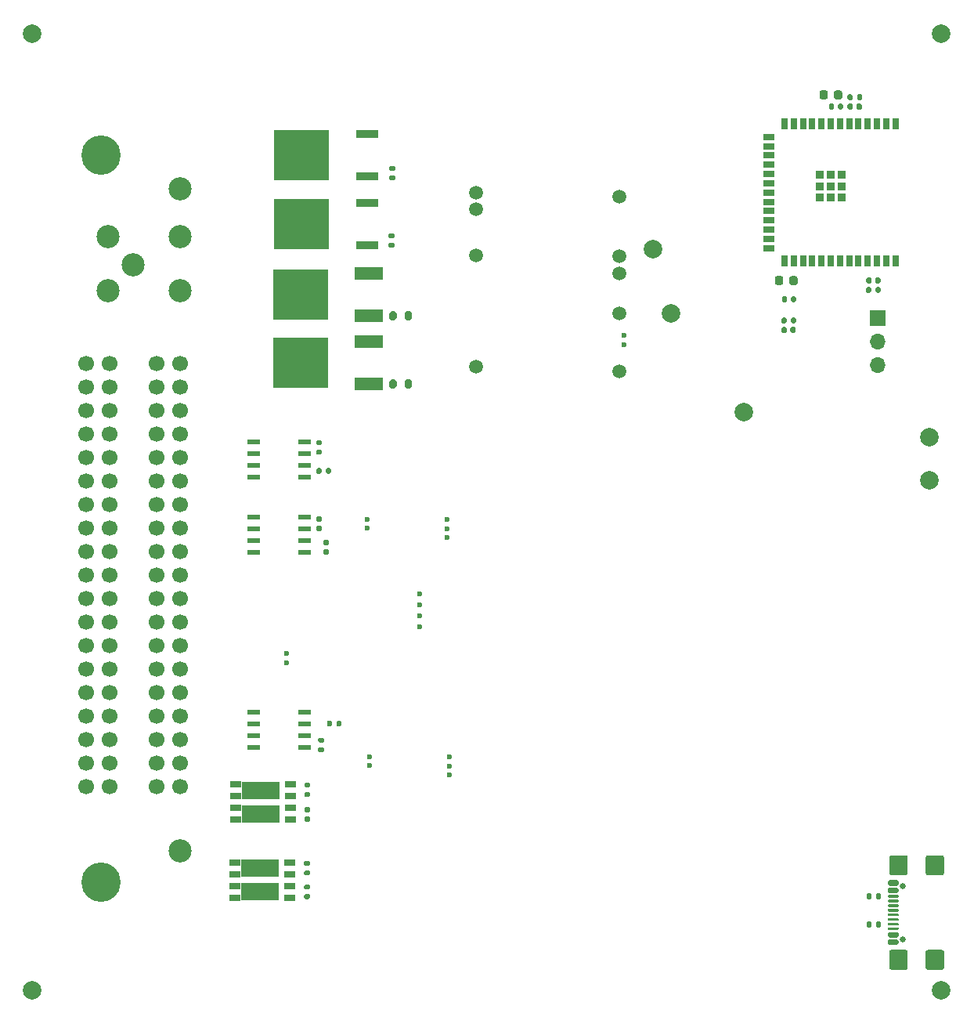
<source format=gts>
G04 #@! TF.GenerationSoftware,KiCad,Pcbnew,8.0.7-8.0.7-0~ubuntu24.04.1*
G04 #@! TF.CreationDate,2024-12-18T22:17:01+00:00*
G04 #@! TF.ProjectId,hellenbremen,68656c6c-656e-4627-9265-6d656e2e6b69,rev?*
G04 #@! TF.SameCoordinates,Original*
G04 #@! TF.FileFunction,Soldermask,Top*
G04 #@! TF.FilePolarity,Negative*
%FSLAX46Y46*%
G04 Gerber Fmt 4.6, Leading zero omitted, Abs format (unit mm)*
G04 Created by KiCad (PCBNEW 8.0.7-8.0.7-0~ubuntu24.04.1) date 2024-12-18 22:17:01*
%MOMM*%
%LPD*%
G01*
G04 APERTURE LIST*
%ADD10C,0.600000*%
%ADD11C,2.000000*%
%ADD12R,1.460500X0.533400*%
%ADD13R,3.048000X1.397000*%
%ADD14R,5.918200X5.511800*%
%ADD15C,1.500000*%
%ADD16C,0.650000*%
%ADD17R,1.700000X1.700000*%
%ADD18O,1.700000X1.700000*%
%ADD19C,4.250000*%
%ADD20C,2.500000*%
%ADD21C,1.700000*%
%ADD22R,0.711200X1.295400*%
%ADD23R,1.295400X0.711200*%
%ADD24R,0.889000X0.889000*%
%ADD25R,1.150000X0.700000*%
%ADD26R,1.200000X0.700000*%
%ADD27R,4.100000X1.970000*%
%ADD28R,2.489200X0.939800*%
G04 APERTURE END LIST*
G04 #@! TO.C,R6*
G36*
G01*
X33620000Y30415000D02*
X33620000Y30785000D01*
G75*
G02*
X33755000Y30920000I135000J0D01*
G01*
X34025000Y30920000D01*
G75*
G02*
X34160000Y30785000I0J-135000D01*
G01*
X34160000Y30415000D01*
G75*
G02*
X34025000Y30280000I-135000J0D01*
G01*
X33755000Y30280000D01*
G75*
G02*
X33620000Y30415000I0J135000D01*
G01*
G37*
G36*
G01*
X34640000Y30415000D02*
X34640000Y30785000D01*
G75*
G02*
X34775000Y30920000I135000J0D01*
G01*
X35045000Y30920000D01*
G75*
G02*
X35180000Y30785000I0J-135000D01*
G01*
X35180000Y30415000D01*
G75*
G02*
X35045000Y30280000I-135000J0D01*
G01*
X34775000Y30280000D01*
G75*
G02*
X34640000Y30415000I0J135000D01*
G01*
G37*
G04 #@! TD*
D10*
G04 #@! TO.C,M5*
X46639000Y52636998D03*
X46639000Y51686998D03*
X46639000Y50737000D03*
X37939000Y51736998D03*
X37939000Y52636998D03*
G04 #@! TD*
G04 #@! TO.C,R11*
G36*
G01*
X42817998Y74951002D02*
X42817998Y74401002D01*
G75*
G02*
X42617998Y74201002I-200000J0D01*
G01*
X42217998Y74201002D01*
G75*
G02*
X42017998Y74401002I0J200000D01*
G01*
X42017998Y74951002D01*
G75*
G02*
X42217998Y75151002I200000J0D01*
G01*
X42617998Y75151002D01*
G75*
G02*
X42817998Y74951002I0J-200000D01*
G01*
G37*
G36*
G01*
X41167998Y74951002D02*
X41167998Y74401002D01*
G75*
G02*
X40967998Y74201002I-200000J0D01*
G01*
X40567998Y74201002D01*
G75*
G02*
X40367998Y74401002I0J200000D01*
G01*
X40367998Y74951002D01*
G75*
G02*
X40567998Y75151002I200000J0D01*
G01*
X40967998Y75151002D01*
G75*
G02*
X41167998Y74951002I0J-200000D01*
G01*
G37*
G04 #@! TD*
D11*
G04 #@! TO.C,FID3*
X100076000Y1778000D03*
G04 #@! TD*
G04 #@! TO.C,R16*
G36*
G01*
X40885000Y89320000D02*
X40515000Y89320000D01*
G75*
G02*
X40380000Y89455000I0J135000D01*
G01*
X40380000Y89725000D01*
G75*
G02*
X40515000Y89860000I135000J0D01*
G01*
X40885000Y89860000D01*
G75*
G02*
X41020000Y89725000I0J-135000D01*
G01*
X41020000Y89455000D01*
G75*
G02*
X40885000Y89320000I-135000J0D01*
G01*
G37*
G36*
G01*
X40885000Y90340000D02*
X40515000Y90340000D01*
G75*
G02*
X40380000Y90475000I0J135000D01*
G01*
X40380000Y90745000D01*
G75*
G02*
X40515000Y90880000I135000J0D01*
G01*
X40885000Y90880000D01*
G75*
G02*
X41020000Y90745000I0J-135000D01*
G01*
X41020000Y90475000D01*
G75*
G02*
X40885000Y90340000I-135000J0D01*
G01*
G37*
G04 #@! TD*
D10*
G04 #@! TO.C,M4*
X43647000Y42257000D03*
X43647000Y41057000D03*
X43647000Y43457000D03*
X43647000Y44657000D03*
X29222000Y38197000D03*
X29222000Y37197000D03*
G04 #@! TD*
G04 #@! TO.C,C2*
G36*
G01*
X82834000Y76284000D02*
X82834000Y76624000D01*
G75*
G02*
X82974000Y76764000I140000J0D01*
G01*
X83254000Y76764000D01*
G75*
G02*
X83394000Y76624000I0J-140000D01*
G01*
X83394000Y76284000D01*
G75*
G02*
X83254000Y76144000I-140000J0D01*
G01*
X82974000Y76144000D01*
G75*
G02*
X82834000Y76284000I0J140000D01*
G01*
G37*
G36*
G01*
X83794000Y76284000D02*
X83794000Y76624000D01*
G75*
G02*
X83934000Y76764000I140000J0D01*
G01*
X84214000Y76764000D01*
G75*
G02*
X84354000Y76624000I0J-140000D01*
G01*
X84354000Y76284000D01*
G75*
G02*
X84214000Y76144000I-140000J0D01*
G01*
X83934000Y76144000D01*
G75*
G02*
X83794000Y76284000I0J140000D01*
G01*
G37*
G04 #@! TD*
D12*
G04 #@! TO.C,U7*
X31172150Y57277000D03*
X31172150Y58547000D03*
X31172150Y59817000D03*
X31172150Y61087000D03*
X25723850Y61087000D03*
X25723850Y59817000D03*
X25723850Y58547000D03*
X25723850Y57277000D03*
G04 #@! TD*
G04 #@! TO.C,D1*
G36*
G01*
X84325000Y73324500D02*
X84325000Y72979500D01*
G75*
G02*
X84177500Y72832000I-147500J0D01*
G01*
X83882500Y72832000D01*
G75*
G02*
X83735000Y72979500I0J147500D01*
G01*
X83735000Y73324500D01*
G75*
G02*
X83882500Y73472000I147500J0D01*
G01*
X84177500Y73472000D01*
G75*
G02*
X84325000Y73324500I0J-147500D01*
G01*
G37*
G36*
G01*
X83355000Y73324500D02*
X83355000Y72979500D01*
G75*
G02*
X83207500Y72832000I-147500J0D01*
G01*
X82912500Y72832000D01*
G75*
G02*
X82765000Y72979500I0J147500D01*
G01*
X82765000Y73324500D01*
G75*
G02*
X82912500Y73472000I147500J0D01*
G01*
X83207500Y73472000D01*
G75*
G02*
X83355000Y73324500I0J-147500D01*
G01*
G37*
G04 #@! TD*
G04 #@! TO.C,R12*
G36*
G01*
X33713000Y48877000D02*
X33343000Y48877000D01*
G75*
G02*
X33208000Y49012000I0J135000D01*
G01*
X33208000Y49282000D01*
G75*
G02*
X33343000Y49417000I135000J0D01*
G01*
X33713000Y49417000D01*
G75*
G02*
X33848000Y49282000I0J-135000D01*
G01*
X33848000Y49012000D01*
G75*
G02*
X33713000Y48877000I-135000J0D01*
G01*
G37*
G36*
G01*
X33713000Y49897000D02*
X33343000Y49897000D01*
G75*
G02*
X33208000Y50032000I0J135000D01*
G01*
X33208000Y50302000D01*
G75*
G02*
X33343000Y50437000I135000J0D01*
G01*
X33713000Y50437000D01*
G75*
G02*
X33848000Y50302000I0J-135000D01*
G01*
X33848000Y50032000D01*
G75*
G02*
X33713000Y49897000I-135000J0D01*
G01*
G37*
G04 #@! TD*
D11*
G04 #@! TO.C,TP4*
X68850000Y81900000D03*
G04 #@! TD*
D13*
G04 #@! TO.C,Q1*
X38176200Y67306000D03*
D14*
X30822900Y69596000D03*
D13*
X38176200Y71886000D03*
G04 #@! TD*
G04 #@! TO.C,R4*
G36*
G01*
X31290000Y15755000D02*
X31660000Y15755000D01*
G75*
G02*
X31795000Y15620000I0J-135000D01*
G01*
X31795000Y15350000D01*
G75*
G02*
X31660000Y15215000I-135000J0D01*
G01*
X31290000Y15215000D01*
G75*
G02*
X31155000Y15350000I0J135000D01*
G01*
X31155000Y15620000D01*
G75*
G02*
X31290000Y15755000I135000J0D01*
G01*
G37*
G36*
G01*
X31290000Y14735000D02*
X31660000Y14735000D01*
G75*
G02*
X31795000Y14600000I0J-135000D01*
G01*
X31795000Y14330000D01*
G75*
G02*
X31660000Y14195000I-135000J0D01*
G01*
X31290000Y14195000D01*
G75*
G02*
X31155000Y14330000I0J135000D01*
G01*
X31155000Y14600000D01*
G75*
G02*
X31290000Y14735000I135000J0D01*
G01*
G37*
G04 #@! TD*
D11*
G04 #@! TO.C,FID2*
X100076000Y105156000D03*
G04 #@! TD*
D13*
G04 #@! TO.C,Q2*
X38176198Y74672002D03*
D14*
X30822898Y76962002D03*
D13*
X38176198Y79252002D03*
G04 #@! TD*
G04 #@! TO.C,C4*
G36*
G01*
X87914000Y97112000D02*
X87914000Y97452000D01*
G75*
G02*
X88054000Y97592000I140000J0D01*
G01*
X88334000Y97592000D01*
G75*
G02*
X88474000Y97452000I0J-140000D01*
G01*
X88474000Y97112000D01*
G75*
G02*
X88334000Y96972000I-140000J0D01*
G01*
X88054000Y96972000D01*
G75*
G02*
X87914000Y97112000I0J140000D01*
G01*
G37*
G36*
G01*
X88874000Y97112000D02*
X88874000Y97452000D01*
G75*
G02*
X89014000Y97592000I140000J0D01*
G01*
X89294000Y97592000D01*
G75*
G02*
X89434000Y97452000I0J-140000D01*
G01*
X89434000Y97112000D01*
G75*
G02*
X89294000Y96972000I-140000J0D01*
G01*
X89014000Y96972000D01*
G75*
G02*
X88874000Y97112000I0J140000D01*
G01*
G37*
G04 #@! TD*
G04 #@! TO.C,R18*
G36*
G01*
X32951000Y59674000D02*
X32581000Y59674000D01*
G75*
G02*
X32446000Y59809000I0J135000D01*
G01*
X32446000Y60079000D01*
G75*
G02*
X32581000Y60214000I135000J0D01*
G01*
X32951000Y60214000D01*
G75*
G02*
X33086000Y60079000I0J-135000D01*
G01*
X33086000Y59809000D01*
G75*
G02*
X32951000Y59674000I-135000J0D01*
G01*
G37*
G36*
G01*
X32951000Y60694000D02*
X32581000Y60694000D01*
G75*
G02*
X32446000Y60829000I0J135000D01*
G01*
X32446000Y61099000D01*
G75*
G02*
X32581000Y61234000I135000J0D01*
G01*
X32951000Y61234000D01*
G75*
G02*
X33086000Y61099000I0J-135000D01*
G01*
X33086000Y60829000D01*
G75*
G02*
X32951000Y60694000I-135000J0D01*
G01*
G37*
G04 #@! TD*
G04 #@! TO.C,R17*
G36*
G01*
X32494000Y57727000D02*
X32494000Y58097000D01*
G75*
G02*
X32629000Y58232000I135000J0D01*
G01*
X32899000Y58232000D01*
G75*
G02*
X33034000Y58097000I0J-135000D01*
G01*
X33034000Y57727000D01*
G75*
G02*
X32899000Y57592000I-135000J0D01*
G01*
X32629000Y57592000D01*
G75*
G02*
X32494000Y57727000I0J135000D01*
G01*
G37*
G36*
G01*
X33514000Y57727000D02*
X33514000Y58097000D01*
G75*
G02*
X33649000Y58232000I135000J0D01*
G01*
X33919000Y58232000D01*
G75*
G02*
X34054000Y58097000I0J-135000D01*
G01*
X34054000Y57727000D01*
G75*
G02*
X33919000Y57592000I-135000J0D01*
G01*
X33649000Y57592000D01*
G75*
G02*
X33514000Y57727000I0J135000D01*
G01*
G37*
G04 #@! TD*
D15*
G04 #@! TO.C,M2*
X65278000Y87556999D03*
X65278000Y81157002D03*
X65278000Y79256999D03*
X65278000Y74956999D03*
D10*
X65727999Y72557002D03*
X65727999Y71557001D03*
D15*
X65278000Y68706999D03*
X49778003Y88007001D03*
X49778003Y86157002D03*
X49778003Y81206999D03*
X49778003Y69157001D03*
G04 #@! TD*
G04 #@! TO.C,R15*
G36*
G01*
X40785000Y82010000D02*
X40415000Y82010000D01*
G75*
G02*
X40280000Y82145000I0J135000D01*
G01*
X40280000Y82415000D01*
G75*
G02*
X40415000Y82550000I135000J0D01*
G01*
X40785000Y82550000D01*
G75*
G02*
X40920000Y82415000I0J-135000D01*
G01*
X40920000Y82145000D01*
G75*
G02*
X40785000Y82010000I-135000J0D01*
G01*
G37*
G36*
G01*
X40785000Y83030000D02*
X40415000Y83030000D01*
G75*
G02*
X40280000Y83165000I0J135000D01*
G01*
X40280000Y83435000D01*
G75*
G02*
X40415000Y83570000I135000J0D01*
G01*
X40785000Y83570000D01*
G75*
G02*
X40920000Y83435000I0J-135000D01*
G01*
X40920000Y83165000D01*
G75*
G02*
X40785000Y83030000I-135000J0D01*
G01*
G37*
G04 #@! TD*
D11*
G04 #@! TO.C,TP3*
X70866000Y74930000D03*
G04 #@! TD*
G04 #@! TO.C,R7*
G36*
G01*
X82788000Y73983000D02*
X82788000Y74353000D01*
G75*
G02*
X82923000Y74488000I135000J0D01*
G01*
X83193000Y74488000D01*
G75*
G02*
X83328000Y74353000I0J-135000D01*
G01*
X83328000Y73983000D01*
G75*
G02*
X83193000Y73848000I-135000J0D01*
G01*
X82923000Y73848000D01*
G75*
G02*
X82788000Y73983000I0J135000D01*
G01*
G37*
G36*
G01*
X83808000Y73983000D02*
X83808000Y74353000D01*
G75*
G02*
X83943000Y74488000I135000J0D01*
G01*
X84213000Y74488000D01*
G75*
G02*
X84348000Y74353000I0J-135000D01*
G01*
X84348000Y73983000D01*
G75*
G02*
X84213000Y73848000I-135000J0D01*
G01*
X83943000Y73848000D01*
G75*
G02*
X83808000Y73983000I0J135000D01*
G01*
G37*
G04 #@! TD*
G04 #@! TO.C,R3*
G36*
G01*
X33185000Y27520000D02*
X32815000Y27520000D01*
G75*
G02*
X32680000Y27655000I0J135000D01*
G01*
X32680000Y27925000D01*
G75*
G02*
X32815000Y28060000I135000J0D01*
G01*
X33185000Y28060000D01*
G75*
G02*
X33320000Y27925000I0J-135000D01*
G01*
X33320000Y27655000D01*
G75*
G02*
X33185000Y27520000I-135000J0D01*
G01*
G37*
G36*
G01*
X33185000Y28540000D02*
X32815000Y28540000D01*
G75*
G02*
X32680000Y28675000I0J135000D01*
G01*
X32680000Y28945000D01*
G75*
G02*
X32815000Y29080000I135000J0D01*
G01*
X33185000Y29080000D01*
G75*
G02*
X33320000Y28945000I0J-135000D01*
G01*
X33320000Y28675000D01*
G75*
G02*
X33185000Y28540000I-135000J0D01*
G01*
G37*
G04 #@! TD*
G04 #@! TO.C,R10*
G36*
G01*
X91930000Y77285000D02*
X91930000Y77655000D01*
G75*
G02*
X92065000Y77790000I135000J0D01*
G01*
X92335000Y77790000D01*
G75*
G02*
X92470000Y77655000I0J-135000D01*
G01*
X92470000Y77285000D01*
G75*
G02*
X92335000Y77150000I-135000J0D01*
G01*
X92065000Y77150000D01*
G75*
G02*
X91930000Y77285000I0J135000D01*
G01*
G37*
G36*
G01*
X92950000Y77285000D02*
X92950000Y77655000D01*
G75*
G02*
X93085000Y77790000I135000J0D01*
G01*
X93355000Y77790000D01*
G75*
G02*
X93490000Y77655000I0J-135000D01*
G01*
X93490000Y77285000D01*
G75*
G02*
X93355000Y77150000I-135000J0D01*
G01*
X93085000Y77150000D01*
G75*
G02*
X92950000Y77285000I0J135000D01*
G01*
G37*
G04 #@! TD*
G04 #@! TO.C,FID4*
X1778000Y1778000D03*
G04 #@! TD*
G04 #@! TO.C,FID1*
X1778000Y105156000D03*
G04 #@! TD*
G04 #@! TO.C,R19*
G36*
G01*
X31315000Y21580000D02*
X31685000Y21580000D01*
G75*
G02*
X31820000Y21445000I0J-135000D01*
G01*
X31820000Y21175000D01*
G75*
G02*
X31685000Y21040000I-135000J0D01*
G01*
X31315000Y21040000D01*
G75*
G02*
X31180000Y21175000I0J135000D01*
G01*
X31180000Y21445000D01*
G75*
G02*
X31315000Y21580000I135000J0D01*
G01*
G37*
G36*
G01*
X31315000Y20560000D02*
X31685000Y20560000D01*
G75*
G02*
X31820000Y20425000I0J-135000D01*
G01*
X31820000Y20155000D01*
G75*
G02*
X31685000Y20020000I-135000J0D01*
G01*
X31315000Y20020000D01*
G75*
G02*
X31180000Y20155000I0J135000D01*
G01*
X31180000Y20425000D01*
G75*
G02*
X31315000Y20560000I135000J0D01*
G01*
G37*
G04 #@! TD*
G04 #@! TO.C,R20*
G36*
G01*
X31315000Y24230000D02*
X31685000Y24230000D01*
G75*
G02*
X31820000Y24095000I0J-135000D01*
G01*
X31820000Y23825000D01*
G75*
G02*
X31685000Y23690000I-135000J0D01*
G01*
X31315000Y23690000D01*
G75*
G02*
X31180000Y23825000I0J135000D01*
G01*
X31180000Y24095000D01*
G75*
G02*
X31315000Y24230000I135000J0D01*
G01*
G37*
G36*
G01*
X31315000Y23210000D02*
X31685000Y23210000D01*
G75*
G02*
X31820000Y23075000I0J-135000D01*
G01*
X31820000Y22805000D01*
G75*
G02*
X31685000Y22670000I-135000J0D01*
G01*
X31315000Y22670000D01*
G75*
G02*
X31180000Y22805000I0J135000D01*
G01*
X31180000Y23075000D01*
G75*
G02*
X31315000Y23210000I135000J0D01*
G01*
G37*
G04 #@! TD*
G04 #@! TO.C,R9*
G36*
G01*
X89921000Y98113000D02*
X89921000Y98483000D01*
G75*
G02*
X90056000Y98618000I135000J0D01*
G01*
X90326000Y98618000D01*
G75*
G02*
X90461000Y98483000I0J-135000D01*
G01*
X90461000Y98113000D01*
G75*
G02*
X90326000Y97978000I-135000J0D01*
G01*
X90056000Y97978000D01*
G75*
G02*
X89921000Y98113000I0J135000D01*
G01*
G37*
G36*
G01*
X90941000Y98113000D02*
X90941000Y98483000D01*
G75*
G02*
X91076000Y98618000I135000J0D01*
G01*
X91346000Y98618000D01*
G75*
G02*
X91481000Y98483000I0J-135000D01*
G01*
X91481000Y98113000D01*
G75*
G02*
X91346000Y97978000I-135000J0D01*
G01*
X91076000Y97978000D01*
G75*
G02*
X90941000Y98113000I0J135000D01*
G01*
G37*
G04 #@! TD*
G04 #@! TO.C,TP2*
X78700000Y64300000D03*
G04 #@! TD*
G04 #@! TO.C,C1*
G36*
G01*
X82074000Y78236000D02*
X82074000Y78736000D01*
G75*
G02*
X82299000Y78961000I225000J0D01*
G01*
X82749000Y78961000D01*
G75*
G02*
X82974000Y78736000I0J-225000D01*
G01*
X82974000Y78236000D01*
G75*
G02*
X82749000Y78011000I-225000J0D01*
G01*
X82299000Y78011000D01*
G75*
G02*
X82074000Y78236000I0J225000D01*
G01*
G37*
G36*
G01*
X83624000Y78236000D02*
X83624000Y78736000D01*
G75*
G02*
X83849000Y78961000I225000J0D01*
G01*
X84299000Y78961000D01*
G75*
G02*
X84524000Y78736000I0J-225000D01*
G01*
X84524000Y78236000D01*
G75*
G02*
X84299000Y78011000I-225000J0D01*
G01*
X83849000Y78011000D01*
G75*
G02*
X83624000Y78236000I0J225000D01*
G01*
G37*
G04 #@! TD*
G04 #@! TO.C,C3*
G36*
G01*
X86900000Y98302000D02*
X86900000Y98802000D01*
G75*
G02*
X87125000Y99027000I225000J0D01*
G01*
X87575000Y99027000D01*
G75*
G02*
X87800000Y98802000I0J-225000D01*
G01*
X87800000Y98302000D01*
G75*
G02*
X87575000Y98077000I-225000J0D01*
G01*
X87125000Y98077000D01*
G75*
G02*
X86900000Y98302000I0J225000D01*
G01*
G37*
G36*
G01*
X88450000Y98302000D02*
X88450000Y98802000D01*
G75*
G02*
X88675000Y99027000I225000J0D01*
G01*
X89125000Y99027000D01*
G75*
G02*
X89350000Y98802000I0J-225000D01*
G01*
X89350000Y98302000D01*
G75*
G02*
X89125000Y98077000I-225000J0D01*
G01*
X88675000Y98077000D01*
G75*
G02*
X88450000Y98302000I0J225000D01*
G01*
G37*
G04 #@! TD*
G04 #@! TO.C,D2*
G36*
G01*
X89921000Y97109500D02*
X89921000Y97454500D01*
G75*
G02*
X90068500Y97602000I147500J0D01*
G01*
X90363500Y97602000D01*
G75*
G02*
X90511000Y97454500I0J-147500D01*
G01*
X90511000Y97109500D01*
G75*
G02*
X90363500Y96962000I-147500J0D01*
G01*
X90068500Y96962000D01*
G75*
G02*
X89921000Y97109500I0J147500D01*
G01*
G37*
G36*
G01*
X90891000Y97109500D02*
X90891000Y97454500D01*
G75*
G02*
X91038500Y97602000I147500J0D01*
G01*
X91333500Y97602000D01*
G75*
G02*
X91481000Y97454500I0J-147500D01*
G01*
X91481000Y97109500D01*
G75*
G02*
X91333500Y96962000I-147500J0D01*
G01*
X91038500Y96962000D01*
G75*
G02*
X90891000Y97109500I0J147500D01*
G01*
G37*
G04 #@! TD*
D12*
G04 #@! TO.C,U4*
X31172150Y49149000D03*
X31172150Y50419000D03*
X31172150Y51689000D03*
X31172150Y52959000D03*
X25723850Y52959000D03*
X25723850Y51689000D03*
X25723850Y50419000D03*
X25723850Y49149000D03*
G04 #@! TD*
G04 #@! TO.C,U2*
X31172150Y28067000D03*
X31172150Y29337000D03*
X31172150Y30607000D03*
X31172150Y31877000D03*
X25723850Y31877000D03*
X25723850Y30607000D03*
X25723850Y29337000D03*
X25723850Y28067000D03*
G04 #@! TD*
D16*
G04 #@! TO.C,J3*
X95932528Y7295819D03*
X95932528Y13075819D03*
G36*
G01*
X95282528Y6685819D02*
X94432528Y6685819D01*
G75*
G02*
X94282528Y6835819I0J150000D01*
G01*
X94282528Y7135819D01*
G75*
G02*
X94432528Y7285819I150000J0D01*
G01*
X95282528Y7285819D01*
G75*
G02*
X95432528Y7135819I0J-150000D01*
G01*
X95432528Y6835819D01*
G75*
G02*
X95282528Y6685819I-150000J0D01*
G01*
G37*
G36*
G01*
X95282528Y7485819D02*
X94432528Y7485819D01*
G75*
G02*
X94282528Y7635819I0J150000D01*
G01*
X94282528Y7935819D01*
G75*
G02*
X94432528Y8085819I150000J0D01*
G01*
X95282528Y8085819D01*
G75*
G02*
X95432528Y7935819I0J-150000D01*
G01*
X95432528Y7635819D01*
G75*
G02*
X95282528Y7485819I-150000J0D01*
G01*
G37*
G36*
G01*
X95357528Y8785819D02*
X94357528Y8785819D01*
G75*
G02*
X94282528Y8860819I0J75000D01*
G01*
X94282528Y9010819D01*
G75*
G02*
X94357528Y9085819I75000J0D01*
G01*
X95357528Y9085819D01*
G75*
G02*
X95432528Y9010819I0J-75000D01*
G01*
X95432528Y8860819D01*
G75*
G02*
X95357528Y8785819I-75000J0D01*
G01*
G37*
G36*
G01*
X95357528Y9785819D02*
X94357528Y9785819D01*
G75*
G02*
X94282528Y9860819I0J75000D01*
G01*
X94282528Y10010819D01*
G75*
G02*
X94357528Y10085819I75000J0D01*
G01*
X95357528Y10085819D01*
G75*
G02*
X95432528Y10010819I0J-75000D01*
G01*
X95432528Y9860819D01*
G75*
G02*
X95357528Y9785819I-75000J0D01*
G01*
G37*
G36*
G01*
X95357528Y10285819D02*
X94357528Y10285819D01*
G75*
G02*
X94282528Y10360819I0J75000D01*
G01*
X94282528Y10510819D01*
G75*
G02*
X94357528Y10585819I75000J0D01*
G01*
X95357528Y10585819D01*
G75*
G02*
X95432528Y10510819I0J-75000D01*
G01*
X95432528Y10360819D01*
G75*
G02*
X95357528Y10285819I-75000J0D01*
G01*
G37*
G36*
G01*
X95357528Y11285819D02*
X94357528Y11285819D01*
G75*
G02*
X94282528Y11360819I0J75000D01*
G01*
X94282528Y11510819D01*
G75*
G02*
X94357528Y11585819I75000J0D01*
G01*
X95357528Y11585819D01*
G75*
G02*
X95432528Y11510819I0J-75000D01*
G01*
X95432528Y11360819D01*
G75*
G02*
X95357528Y11285819I-75000J0D01*
G01*
G37*
G36*
G01*
X95282528Y12285819D02*
X94432528Y12285819D01*
G75*
G02*
X94282528Y12435819I0J150000D01*
G01*
X94282528Y12735819D01*
G75*
G02*
X94432528Y12885819I150000J0D01*
G01*
X95282528Y12885819D01*
G75*
G02*
X95432528Y12735819I0J-150000D01*
G01*
X95432528Y12435819D01*
G75*
G02*
X95282528Y12285819I-150000J0D01*
G01*
G37*
G36*
G01*
X95282528Y13085819D02*
X94432528Y13085819D01*
G75*
G02*
X94282528Y13235819I0J150000D01*
G01*
X94282528Y13535819D01*
G75*
G02*
X94432528Y13685819I150000J0D01*
G01*
X95282528Y13685819D01*
G75*
G02*
X95432528Y13535819I0J-150000D01*
G01*
X95432528Y13235819D01*
G75*
G02*
X95282528Y13085819I-150000J0D01*
G01*
G37*
G36*
G01*
X95282528Y13085819D02*
X94432528Y13085819D01*
G75*
G02*
X94282528Y13235819I0J150000D01*
G01*
X94282528Y13535819D01*
G75*
G02*
X94432528Y13685819I150000J0D01*
G01*
X95282528Y13685819D01*
G75*
G02*
X95432528Y13535819I0J-150000D01*
G01*
X95432528Y13235819D01*
G75*
G02*
X95282528Y13085819I-150000J0D01*
G01*
G37*
G36*
G01*
X95282528Y12285819D02*
X94432528Y12285819D01*
G75*
G02*
X94282528Y12435819I0J150000D01*
G01*
X94282528Y12735819D01*
G75*
G02*
X94432528Y12885819I150000J0D01*
G01*
X95282528Y12885819D01*
G75*
G02*
X95432528Y12735819I0J-150000D01*
G01*
X95432528Y12435819D01*
G75*
G02*
X95282528Y12285819I-150000J0D01*
G01*
G37*
G36*
G01*
X95357528Y11785819D02*
X94357528Y11785819D01*
G75*
G02*
X94282528Y11860819I0J75000D01*
G01*
X94282528Y12010819D01*
G75*
G02*
X94357528Y12085819I75000J0D01*
G01*
X95357528Y12085819D01*
G75*
G02*
X95432528Y12010819I0J-75000D01*
G01*
X95432528Y11860819D01*
G75*
G02*
X95357528Y11785819I-75000J0D01*
G01*
G37*
G36*
G01*
X95357528Y10785819D02*
X94357528Y10785819D01*
G75*
G02*
X94282528Y10860819I0J75000D01*
G01*
X94282528Y11010819D01*
G75*
G02*
X94357528Y11085819I75000J0D01*
G01*
X95357528Y11085819D01*
G75*
G02*
X95432528Y11010819I0J-75000D01*
G01*
X95432528Y10860819D01*
G75*
G02*
X95357528Y10785819I-75000J0D01*
G01*
G37*
G36*
G01*
X95357528Y9285819D02*
X94357528Y9285819D01*
G75*
G02*
X94282528Y9360819I0J75000D01*
G01*
X94282528Y9510819D01*
G75*
G02*
X94357528Y9585819I75000J0D01*
G01*
X95357528Y9585819D01*
G75*
G02*
X95432528Y9510819I0J-75000D01*
G01*
X95432528Y9360819D01*
G75*
G02*
X95357528Y9285819I-75000J0D01*
G01*
G37*
G36*
G01*
X95357528Y8285819D02*
X94357528Y8285819D01*
G75*
G02*
X94282528Y8360819I0J75000D01*
G01*
X94282528Y8510819D01*
G75*
G02*
X94357528Y8585819I75000J0D01*
G01*
X95357528Y8585819D01*
G75*
G02*
X95432528Y8510819I0J-75000D01*
G01*
X95432528Y8360819D01*
G75*
G02*
X95357528Y8285819I-75000J0D01*
G01*
G37*
G36*
G01*
X95282528Y7485819D02*
X94432528Y7485819D01*
G75*
G02*
X94282528Y7635819I0J150000D01*
G01*
X94282528Y7935819D01*
G75*
G02*
X94432528Y8085819I150000J0D01*
G01*
X95282528Y8085819D01*
G75*
G02*
X95432528Y7935819I0J-150000D01*
G01*
X95432528Y7635819D01*
G75*
G02*
X95282528Y7485819I-150000J0D01*
G01*
G37*
G36*
G01*
X95282528Y6685819D02*
X94432528Y6685819D01*
G75*
G02*
X94282528Y6835819I0J150000D01*
G01*
X94282528Y7135819D01*
G75*
G02*
X94432528Y7285819I150000J0D01*
G01*
X95282528Y7285819D01*
G75*
G02*
X95432528Y7135819I0J-150000D01*
G01*
X95432528Y6835819D01*
G75*
G02*
X95282528Y6685819I-150000J0D01*
G01*
G37*
G36*
G01*
X96182528Y3985819D02*
X94682528Y3985819D01*
G75*
G02*
X94432528Y4235819I0J250000D01*
G01*
X94432528Y5915819D01*
G75*
G02*
X94682528Y6165819I250000J0D01*
G01*
X96182528Y6165819D01*
G75*
G02*
X96432528Y5915819I0J-250000D01*
G01*
X96432528Y4235819D01*
G75*
G02*
X96182528Y3985819I-250000J0D01*
G01*
G37*
G36*
G01*
X100112528Y3985819D02*
X98612528Y3985819D01*
G75*
G02*
X98362528Y4235819I0J250000D01*
G01*
X98362528Y5915819D01*
G75*
G02*
X98612528Y6165819I250000J0D01*
G01*
X100112528Y6165819D01*
G75*
G02*
X100362528Y5915819I0J-250000D01*
G01*
X100362528Y4235819D01*
G75*
G02*
X100112528Y3985819I-250000J0D01*
G01*
G37*
G36*
G01*
X96182528Y14205819D02*
X94682528Y14205819D01*
G75*
G02*
X94432528Y14455819I0J250000D01*
G01*
X94432528Y16135819D01*
G75*
G02*
X94682528Y16385819I250000J0D01*
G01*
X96182528Y16385819D01*
G75*
G02*
X96432528Y16135819I0J-250000D01*
G01*
X96432528Y14455819D01*
G75*
G02*
X96182528Y14205819I-250000J0D01*
G01*
G37*
G36*
G01*
X100112528Y14205819D02*
X98612528Y14205819D01*
G75*
G02*
X98362528Y14455819I0J250000D01*
G01*
X98362528Y16135819D01*
G75*
G02*
X98612528Y16385819I250000J0D01*
G01*
X100112528Y16385819D01*
G75*
G02*
X100362528Y16135819I0J-250000D01*
G01*
X100362528Y14455819D01*
G75*
G02*
X100112528Y14205819I-250000J0D01*
G01*
G37*
G04 #@! TD*
G04 #@! TO.C,R2*
G36*
G01*
X93525528Y9070819D02*
X93525528Y8700819D01*
G75*
G02*
X93390528Y8565819I-135000J0D01*
G01*
X93120528Y8565819D01*
G75*
G02*
X92985528Y8700819I0J135000D01*
G01*
X92985528Y9070819D01*
G75*
G02*
X93120528Y9205819I135000J0D01*
G01*
X93390528Y9205819D01*
G75*
G02*
X93525528Y9070819I0J-135000D01*
G01*
G37*
G36*
G01*
X92505528Y9070819D02*
X92505528Y8700819D01*
G75*
G02*
X92370528Y8565819I-135000J0D01*
G01*
X92100528Y8565819D01*
G75*
G02*
X91965528Y8700819I0J135000D01*
G01*
X91965528Y9070819D01*
G75*
G02*
X92100528Y9205819I135000J0D01*
G01*
X92370528Y9205819D01*
G75*
G02*
X92505528Y9070819I0J-135000D01*
G01*
G37*
G04 #@! TD*
G04 #@! TO.C,D3*
G36*
G01*
X91928000Y78313500D02*
X91928000Y78658500D01*
G75*
G02*
X92075500Y78806000I147500J0D01*
G01*
X92370500Y78806000D01*
G75*
G02*
X92518000Y78658500I0J-147500D01*
G01*
X92518000Y78313500D01*
G75*
G02*
X92370500Y78166000I-147500J0D01*
G01*
X92075500Y78166000D01*
G75*
G02*
X91928000Y78313500I0J147500D01*
G01*
G37*
G36*
G01*
X92898000Y78313500D02*
X92898000Y78658500D01*
G75*
G02*
X93045500Y78806000I147500J0D01*
G01*
X93340500Y78806000D01*
G75*
G02*
X93488000Y78658500I0J-147500D01*
G01*
X93488000Y78313500D01*
G75*
G02*
X93340500Y78166000I-147500J0D01*
G01*
X93045500Y78166000D01*
G75*
G02*
X92898000Y78313500I0J147500D01*
G01*
G37*
G04 #@! TD*
D11*
G04 #@! TO.C,TP5*
X98800000Y61600000D03*
G04 #@! TD*
G04 #@! TO.C,TP1*
X98806000Y56896000D03*
G04 #@! TD*
G04 #@! TO.C,R8*
G36*
G01*
X42818000Y67585000D02*
X42818000Y67035000D01*
G75*
G02*
X42618000Y66835000I-200000J0D01*
G01*
X42218000Y66835000D01*
G75*
G02*
X42018000Y67035000I0J200000D01*
G01*
X42018000Y67585000D01*
G75*
G02*
X42218000Y67785000I200000J0D01*
G01*
X42618000Y67785000D01*
G75*
G02*
X42818000Y67585000I0J-200000D01*
G01*
G37*
G36*
G01*
X41168000Y67585000D02*
X41168000Y67035000D01*
G75*
G02*
X40968000Y66835000I-200000J0D01*
G01*
X40568000Y66835000D01*
G75*
G02*
X40368000Y67035000I0J200000D01*
G01*
X40368000Y67585000D01*
G75*
G02*
X40568000Y67785000I200000J0D01*
G01*
X40968000Y67785000D01*
G75*
G02*
X41168000Y67585000I0J-200000D01*
G01*
G37*
G04 #@! TD*
G04 #@! TO.C,R1*
G36*
G01*
X93527528Y12118819D02*
X93527528Y11748819D01*
G75*
G02*
X93392528Y11613819I-135000J0D01*
G01*
X93122528Y11613819D01*
G75*
G02*
X92987528Y11748819I0J135000D01*
G01*
X92987528Y12118819D01*
G75*
G02*
X93122528Y12253819I135000J0D01*
G01*
X93392528Y12253819D01*
G75*
G02*
X93527528Y12118819I0J-135000D01*
G01*
G37*
G36*
G01*
X92507528Y12118819D02*
X92507528Y11748819D01*
G75*
G02*
X92372528Y11613819I-135000J0D01*
G01*
X92102528Y11613819D01*
G75*
G02*
X91967528Y11748819I0J135000D01*
G01*
X91967528Y12118819D01*
G75*
G02*
X92102528Y12253819I135000J0D01*
G01*
X92372528Y12253819D01*
G75*
G02*
X92507528Y12118819I0J-135000D01*
G01*
G37*
G04 #@! TD*
D17*
G04 #@! TO.C,J2*
X93218000Y74422000D03*
D18*
X93218000Y71882000D03*
X93218000Y69342000D03*
G04 #@! TD*
D19*
G04 #@! TO.C,J1*
X9150000Y13500000D03*
D20*
X17750000Y16890000D03*
X17750000Y88400000D03*
D19*
X9150000Y92000000D03*
D20*
X9950000Y83220000D03*
X9950000Y77410000D03*
X12650000Y80220000D03*
X17750000Y83220000D03*
X17750000Y77410000D03*
D21*
X17750000Y23790000D03*
X17750000Y26330000D03*
X17750000Y28870000D03*
X17750000Y31410000D03*
X17750000Y33950000D03*
X17750000Y36490000D03*
X17750000Y39030000D03*
X17750000Y41570000D03*
X17750000Y44110000D03*
X17750000Y46650000D03*
X17750000Y49190000D03*
X17750000Y51730000D03*
X17750000Y54270000D03*
X17750000Y56810000D03*
X17750000Y59350000D03*
X17750000Y61890000D03*
X17750000Y64430000D03*
X17750000Y66970000D03*
X17750000Y69510000D03*
X15210000Y23790000D03*
X15210000Y26330000D03*
X15210000Y28870000D03*
X15210000Y31410000D03*
X15210000Y33950000D03*
X15210000Y36490000D03*
X15210000Y39030000D03*
X15210000Y41570000D03*
X15210000Y44110000D03*
X15210000Y46650000D03*
X15210000Y49190000D03*
X15210000Y51730000D03*
X15210000Y54270000D03*
X15210000Y56810000D03*
X15210000Y59350000D03*
X15210000Y61890000D03*
X15210000Y64430000D03*
X15210000Y66970000D03*
X15210000Y69510000D03*
X10130000Y23790000D03*
X10130000Y26330000D03*
X10130000Y28870000D03*
X10130000Y31410000D03*
X10130000Y33950000D03*
X10130000Y36490000D03*
X10130000Y39030000D03*
X10130000Y41570000D03*
X10130000Y44110000D03*
X10130000Y46650000D03*
X10130000Y49190000D03*
X10130000Y51730000D03*
X10130000Y54270000D03*
X10130000Y56810000D03*
X10130000Y59350000D03*
X10130000Y61890000D03*
X10130000Y64430000D03*
X10130000Y66970000D03*
X10130000Y69510000D03*
X7590000Y23790000D03*
X7590000Y26330000D03*
X7590000Y28870000D03*
X7590000Y31410000D03*
X7590000Y33950000D03*
X7590000Y36490000D03*
X7590000Y39030000D03*
X7590000Y41570000D03*
X7590000Y44110000D03*
X7590000Y46650000D03*
X7590000Y49190000D03*
X7590000Y51730000D03*
X7590000Y54270000D03*
X7590000Y56810000D03*
X7590000Y59350000D03*
X7590000Y61890000D03*
X7590000Y64430000D03*
X7590000Y66970000D03*
X7590000Y69510000D03*
G04 #@! TD*
D22*
G04 #@! TO.C,U1*
X95100000Y95400000D03*
X94099999Y95400000D03*
X93099999Y95400000D03*
X92099998Y95400000D03*
X91100000Y95400000D03*
X90100000Y95400000D03*
X89099999Y95400000D03*
X88099998Y95400000D03*
X87099998Y95400000D03*
X86100000Y95400000D03*
X85099999Y95400000D03*
X84099999Y95400000D03*
X83099998Y95400000D03*
D23*
X81449999Y94000001D03*
X81449999Y93000000D03*
X81449999Y92000000D03*
X81449999Y90999999D03*
X81449999Y90000001D03*
X81449999Y89000001D03*
X81449999Y88000000D03*
X81449999Y86999999D03*
X81449999Y85999999D03*
X81449999Y85000001D03*
X81449999Y84000000D03*
X81449999Y83000000D03*
X81449999Y81999999D03*
D22*
X83099998Y80600000D03*
X84099999Y80600000D03*
X85099999Y80600000D03*
X86100000Y80600000D03*
X87099998Y80600000D03*
X88099998Y80600000D03*
X89099999Y80600000D03*
X90100000Y80600000D03*
X91100000Y80600000D03*
X92099998Y80600000D03*
X93099999Y80600000D03*
X94099999Y80600000D03*
X95100000Y80600000D03*
D24*
X89299999Y89880000D03*
X89299999Y88680000D03*
X89299999Y87480000D03*
X88099999Y89880000D03*
X88099999Y88680000D03*
X88099999Y87480000D03*
X86899999Y89880000D03*
X86899999Y88680000D03*
X86899999Y87480000D03*
G04 #@! TD*
D25*
G04 #@! TO.C,Q5*
X29575000Y11775000D03*
X29575000Y13045000D03*
X29575000Y14315000D03*
X29575000Y15585000D03*
D26*
X23700000Y15585000D03*
X23700000Y14315000D03*
X23700000Y13045000D03*
X23700000Y11775000D03*
D27*
X26350000Y12410000D03*
X26350000Y14950000D03*
G04 #@! TD*
D28*
G04 #@! TO.C,Q4*
X38000000Y89728000D03*
X38000000Y94300000D03*
D14*
X30900700Y92014000D03*
G04 #@! TD*
G04 #@! TO.C,R13*
G36*
G01*
X32951000Y51415000D02*
X32581000Y51415000D01*
G75*
G02*
X32446000Y51550000I0J135000D01*
G01*
X32446000Y51820000D01*
G75*
G02*
X32581000Y51955000I135000J0D01*
G01*
X32951000Y51955000D01*
G75*
G02*
X33086000Y51820000I0J-135000D01*
G01*
X33086000Y51550000D01*
G75*
G02*
X32951000Y51415000I-135000J0D01*
G01*
G37*
G36*
G01*
X32951000Y52435000D02*
X32581000Y52435000D01*
G75*
G02*
X32446000Y52570000I0J135000D01*
G01*
X32446000Y52840000D01*
G75*
G02*
X32581000Y52975000I135000J0D01*
G01*
X32951000Y52975000D01*
G75*
G02*
X33086000Y52840000I0J-135000D01*
G01*
X33086000Y52570000D01*
G75*
G02*
X32951000Y52435000I-135000J0D01*
G01*
G37*
G04 #@! TD*
G04 #@! TO.C,R5*
G36*
G01*
X31290000Y13205000D02*
X31660000Y13205000D01*
G75*
G02*
X31795000Y13070000I0J-135000D01*
G01*
X31795000Y12800000D01*
G75*
G02*
X31660000Y12665000I-135000J0D01*
G01*
X31290000Y12665000D01*
G75*
G02*
X31155000Y12800000I0J135000D01*
G01*
X31155000Y13070000D01*
G75*
G02*
X31290000Y13205000I135000J0D01*
G01*
G37*
G36*
G01*
X31290000Y12185000D02*
X31660000Y12185000D01*
G75*
G02*
X31795000Y12050000I0J-135000D01*
G01*
X31795000Y11780000D01*
G75*
G02*
X31660000Y11645000I-135000J0D01*
G01*
X31290000Y11645000D01*
G75*
G02*
X31155000Y11780000I0J135000D01*
G01*
X31155000Y12050000D01*
G75*
G02*
X31290000Y12185000I135000J0D01*
G01*
G37*
G04 #@! TD*
D10*
G04 #@! TO.C,M6*
X46893000Y26982998D03*
X46893000Y26032998D03*
X46893000Y25083000D03*
X38193000Y26082998D03*
X38193000Y26982998D03*
G04 #@! TD*
D25*
G04 #@! TO.C,Q6*
X29650000Y20240000D03*
X29650000Y21510000D03*
X29650000Y22780000D03*
X29650000Y24050000D03*
D26*
X23775000Y24050000D03*
X23775000Y22780000D03*
X23775000Y21510000D03*
X23775000Y20240000D03*
D27*
X26425000Y20875000D03*
X26425000Y23415000D03*
G04 #@! TD*
D28*
G04 #@! TO.C,Q3*
X38000000Y82300000D03*
X38000000Y86872000D03*
D14*
X30900700Y84586000D03*
G04 #@! TD*
M02*

</source>
